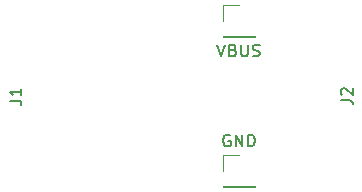
<source format=gbr>
G04 #@! TF.GenerationSoftware,KiCad,Pcbnew,(5.0-dev-4115-gdd04bcb)*
G04 #@! TF.CreationDate,2018-06-11T00:35:00-07:00*
G04 #@! TF.ProjectId,USB-Voltage-Probe,5553422D566F6C746167652D50726F62,rev?*
G04 #@! TF.SameCoordinates,Original*
G04 #@! TF.FileFunction,Legend,Top*
G04 #@! TF.FilePolarity,Positive*
%FSLAX46Y46*%
G04 Gerber Fmt 4.6, Leading zero omitted, Abs format (unit mm)*
G04 Created by KiCad (PCBNEW (5.0-dev-4115-gdd04bcb)) date Monday, June 11, 2018 at 12:35:00 AM*
%MOMM*%
%LPD*%
G01*
G04 APERTURE LIST*
%ADD10C,0.120000*%
%ADD11C,0.150000*%
G04 APERTURE END LIST*
D10*
X153610000Y-59630000D02*
X154940000Y-59630000D01*
X153610000Y-60960000D02*
X153610000Y-59630000D01*
X153610000Y-62230000D02*
X156270000Y-62230000D01*
X156270000Y-62230000D02*
X156270000Y-62290000D01*
X153610000Y-62230000D02*
X153610000Y-62290000D01*
X153610000Y-62290000D02*
X156270000Y-62290000D01*
X153610000Y-49590000D02*
X156270000Y-49590000D01*
X153610000Y-49530000D02*
X153610000Y-49590000D01*
X156270000Y-49530000D02*
X156270000Y-49590000D01*
X153610000Y-49530000D02*
X156270000Y-49530000D01*
X153610000Y-48260000D02*
X153610000Y-46930000D01*
X153610000Y-46930000D02*
X154940000Y-46930000D01*
D11*
X135512380Y-54993333D02*
X136226666Y-54993333D01*
X136369523Y-55040952D01*
X136464761Y-55136190D01*
X136512380Y-55279047D01*
X136512380Y-55374285D01*
X136512380Y-53993333D02*
X136512380Y-54564761D01*
X136512380Y-54279047D02*
X135512380Y-54279047D01*
X135655238Y-54374285D01*
X135750476Y-54469523D01*
X135798095Y-54564761D01*
X154178095Y-57920000D02*
X154082857Y-57872380D01*
X153940000Y-57872380D01*
X153797142Y-57920000D01*
X153701904Y-58015238D01*
X153654285Y-58110476D01*
X153606666Y-58300952D01*
X153606666Y-58443809D01*
X153654285Y-58634285D01*
X153701904Y-58729523D01*
X153797142Y-58824761D01*
X153940000Y-58872380D01*
X154035238Y-58872380D01*
X154178095Y-58824761D01*
X154225714Y-58777142D01*
X154225714Y-58443809D01*
X154035238Y-58443809D01*
X154654285Y-58872380D02*
X154654285Y-57872380D01*
X155225714Y-58872380D01*
X155225714Y-57872380D01*
X155701904Y-58872380D02*
X155701904Y-57872380D01*
X155940000Y-57872380D01*
X156082857Y-57920000D01*
X156178095Y-58015238D01*
X156225714Y-58110476D01*
X156273333Y-58300952D01*
X156273333Y-58443809D01*
X156225714Y-58634285D01*
X156178095Y-58729523D01*
X156082857Y-58824761D01*
X155940000Y-58872380D01*
X155701904Y-58872380D01*
X153106666Y-50252380D02*
X153440000Y-51252380D01*
X153773333Y-50252380D01*
X154440000Y-50728571D02*
X154582857Y-50776190D01*
X154630476Y-50823809D01*
X154678095Y-50919047D01*
X154678095Y-51061904D01*
X154630476Y-51157142D01*
X154582857Y-51204761D01*
X154487619Y-51252380D01*
X154106666Y-51252380D01*
X154106666Y-50252380D01*
X154440000Y-50252380D01*
X154535238Y-50300000D01*
X154582857Y-50347619D01*
X154630476Y-50442857D01*
X154630476Y-50538095D01*
X154582857Y-50633333D01*
X154535238Y-50680952D01*
X154440000Y-50728571D01*
X154106666Y-50728571D01*
X155106666Y-50252380D02*
X155106666Y-51061904D01*
X155154285Y-51157142D01*
X155201904Y-51204761D01*
X155297142Y-51252380D01*
X155487619Y-51252380D01*
X155582857Y-51204761D01*
X155630476Y-51157142D01*
X155678095Y-51061904D01*
X155678095Y-50252380D01*
X156106666Y-51204761D02*
X156249523Y-51252380D01*
X156487619Y-51252380D01*
X156582857Y-51204761D01*
X156630476Y-51157142D01*
X156678095Y-51061904D01*
X156678095Y-50966666D01*
X156630476Y-50871428D01*
X156582857Y-50823809D01*
X156487619Y-50776190D01*
X156297142Y-50728571D01*
X156201904Y-50680952D01*
X156154285Y-50633333D01*
X156106666Y-50538095D01*
X156106666Y-50442857D01*
X156154285Y-50347619D01*
X156201904Y-50300000D01*
X156297142Y-50252380D01*
X156535238Y-50252380D01*
X156678095Y-50300000D01*
X163552380Y-54943333D02*
X164266666Y-54943333D01*
X164409523Y-54990952D01*
X164504761Y-55086190D01*
X164552380Y-55229047D01*
X164552380Y-55324285D01*
X163647619Y-54514761D02*
X163600000Y-54467142D01*
X163552380Y-54371904D01*
X163552380Y-54133809D01*
X163600000Y-54038571D01*
X163647619Y-53990952D01*
X163742857Y-53943333D01*
X163838095Y-53943333D01*
X163980952Y-53990952D01*
X164552380Y-54562380D01*
X164552380Y-53943333D01*
M02*

</source>
